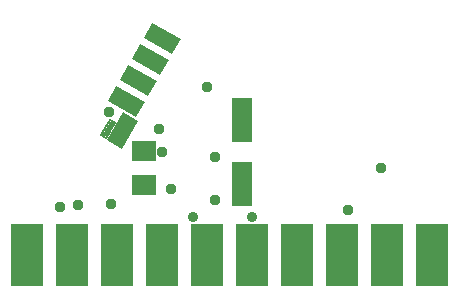
<source format=gts>
G04 EAGLE Gerber RS-274X export*
G75*
%MOMM*%
%FSLAX34Y34*%
%LPD*%
%INTop Solder Mask*%
%IPPOS*%
%AMOC8*
5,1,8,0,0,1.08239X$1,22.5*%
G01*
%ADD10C,0.203200*%
%ADD11R,2.743200X5.283200*%
%ADD12R,1.803200X3.703200*%
%ADD13R,1.473200X2.743200*%
%ADD14R,2.006200X1.803200*%
%ADD15C,0.959600*%
%ADD16C,0.909600*%


D10*
X100076Y126619D02*
X95504Y129413D01*
X91440Y122809D01*
X95885Y119888D01*
X100076Y126746D01*
X98552Y127635D01*
X95123Y121920D01*
X92964Y122047D01*
X96901Y128397D01*
X91440Y122936D02*
X88011Y116967D01*
X92456Y114300D01*
X95631Y119380D01*
X91440Y120523D01*
X93345Y117983D01*
X90551Y118745D01*
X92329Y116459D01*
X89154Y117348D01*
D11*
X25400Y15240D03*
X63500Y15240D03*
X101600Y15240D03*
X139700Y15240D03*
X177800Y15240D03*
X215900Y15240D03*
X254000Y15240D03*
X292100Y15240D03*
X330200Y15240D03*
X368300Y15240D03*
D12*
X207010Y128981D03*
X207010Y74981D03*
D13*
G36*
X145101Y179862D02*
X137735Y167103D01*
X113979Y180818D01*
X121345Y193577D01*
X145101Y179862D01*
G37*
G36*
X155261Y197642D02*
X147895Y184883D01*
X124139Y198598D01*
X131505Y211357D01*
X155261Y197642D01*
G37*
G36*
X134941Y162082D02*
X127575Y149323D01*
X103819Y163038D01*
X111185Y175797D01*
X134941Y162082D01*
G37*
G36*
X124781Y144302D02*
X117415Y131543D01*
X93659Y145258D01*
X101025Y158017D01*
X124781Y144302D01*
G37*
D14*
X124460Y103120D03*
X124460Y74680D03*
D13*
G36*
X105567Y104962D02*
X92808Y112328D01*
X106523Y136084D01*
X119282Y128718D01*
X105567Y104962D01*
G37*
D15*
X147320Y71120D03*
X53340Y55880D03*
X94996Y135763D03*
X96520Y58420D03*
X297180Y53340D03*
X325120Y88900D03*
X177800Y157480D03*
X137160Y121920D03*
D16*
X215392Y46990D03*
X165862Y46990D03*
D15*
X139319Y102489D03*
X184531Y98171D03*
X184531Y61595D03*
X68453Y57277D03*
M02*

</source>
